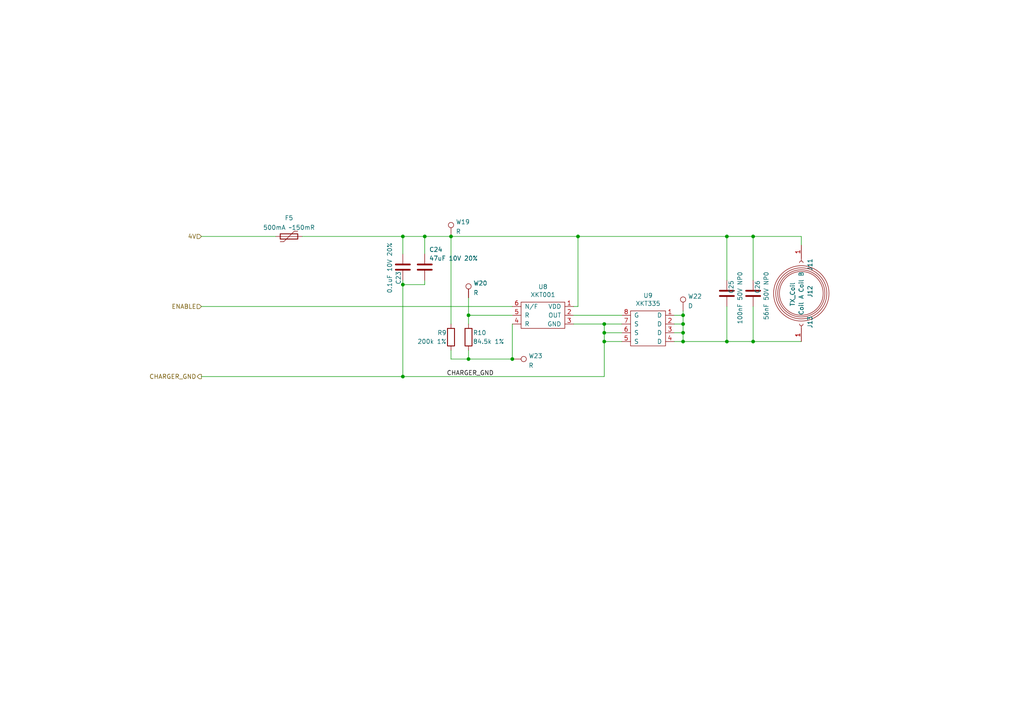
<source format=kicad_sch>
(kicad_sch (version 20211123) (generator eeschema)
  (paper "A4")
  (lib_symbols
    (symbol "Connector:Conn_01x01_Female" (pin_names (offset 1.016) hide)
      (property "Reference" "J" (at 0 2.54 0))
      (property "Value" "Conn_01x01_Female" (at 0 -2.54 0))
      (symbol "Conn_01x01_Female_1_1"
        (polyline (pts (xy -1.27 0) (xy -0.508 0)) (stroke (width 0.1524)))
        (arc (start 0 0.508) (mid -0.508 0) (end 0 -0.508) (stroke (width 0.1524)))
        (pin passive line (at -5.08 0 0) (length 3.81) (name "Pin_1") (number "1"))
      )
    )
    (symbol "Device:C" (pin_numbers hide) (pin_names (offset 0.254))
      (property "Reference" "C" (at 0.635 2.54 0))
      (property "Value" "C" (at 0.635 -2.54 0))
      (symbol "C_0_1"
        (polyline (pts (xy -2.032 -0.762) (xy 2.032 -0.762)) (stroke (width 0.508)))
        (polyline (pts (xy -2.032 0.762) (xy 2.032 0.762)) (stroke (width 0.508)))
      )
      (symbol "C_1_1"
        (pin passive line (at 0 3.81 270) (length 2.794) (name "~") (number "1"))
        (pin passive line (at 0 -3.81 90) (length 2.794) (name "~") (number "2"))
      )
    )
    (symbol "Device:Polyfuse" (pin_numbers hide) (pin_names (offset 0))
      (property "Reference" "F" (at -2.54 0 90))
      (property "Value" "Polyfuse" (at 2.54 0 90))
      (symbol "Polyfuse_0_1"
        (rectangle (start -0.762 2.54) (end 0.762 -2.54) (stroke (width 0.254)))
        (polyline (pts (xy 0 2.54) (xy 0 -2.54)))
        (polyline (pts (xy -1.524 2.54) (xy -1.524 1.524) (xy 1.524 -1.524) (xy 1.524 -2.54)))
      )
      (symbol "Polyfuse_1_1"
        (pin passive line (at 0 3.81 270) (length 1.27) (name "~") (number "1"))
        (pin passive line (at 0 -3.81 90) (length 1.27) (name "~") (number "2"))
      )
    )
    (symbol "Device:R" (pin_numbers hide) (pin_names (offset 0))
      (property "Reference" "R" (at 2.032 0 90))
      (property "Value" "R" (at 0 0 90))
      (symbol "R_0_1"
        (rectangle (start -1.016 -2.54) (end 1.016 2.54) (stroke (width 0.254)))
      )
      (symbol "R_1_1"
        (pin passive line (at 0 3.81 270) (length 1.27) (name "~") (number "1"))
        (pin passive line (at 0 -3.81 90) (length 1.27) (name "~") (number "2"))
      )
    )
    (symbol "Pixels-dice:TEST_1P-conn" (pin_numbers hide) (pin_names (offset 0.762) hide)
      (property "Reference" "W" (at 0 6.858 0))
      (property "Value" "TEST_1P-conn" (at 0 5.08 0))
      (symbol "TEST_1P-conn_0_1"
        (circle (center 0 3.302) (radius 0.762))
      )
      (symbol "TEST_1P-conn_1_1"
        (pin passive line (at 0 0 90) (length 2.54) (name "1") (number "1"))
      )
    )
    (symbol "Pixels-dice:TX_Coil"
      (property "Reference" "J" (at 0 10.16 0))
      (property "Value" "TX_Coil" (at 0 -10.16 0))
      (symbol "TX_Coil_0_1"
        (circle (center 0 0) (radius 6.35))
        (circle (center 0 0) (radius 6.8392))
        (circle (center 0 0) (radius 7.4053))
        (circle (center 0 0) (radius 8.0322))
      )
    )
    (symbol "Pixels-dice:XKT001" (pin_names (offset 1.016))
      (property "Reference" "U" (at 0 5.08 0))
      (property "Value" "XKT001" (at 0 -5.08 0))
      (symbol "XKT001_0_1"
        (rectangle (start -6.35 3.81) (end 6.35 -3.81))
      )
      (symbol "XKT001_1_1"
        (pin power_in line (at -8.89 2.54 0) (length 2.54) (name "VDD") (number "1"))
        (pin output line (at -8.89 0 0) (length 2.54) (name "OUT") (number "2"))
        (pin power_in line (at -8.89 -2.54 0) (length 2.54) (name "GND") (number "3"))
        (pin passive line (at 8.89 -2.54 180) (length 2.54) (name "R") (number "4"))
        (pin passive line (at 8.89 0 180) (length 2.54) (name "R") (number "5"))
        (pin input line (at 8.89 2.54 180) (length 2.54) (name "N/F") (number "6"))
      )
    )
    (symbol "Pixels-dice:XKT335" (pin_names (offset 1.016))
      (property "Reference" "U" (at 0 6.35 0))
      (property "Value" "XKT335" (at 0 -6.35 0))
      (symbol "XKT335_0_1"
        (rectangle (start -5.08 5.08) (end 5.08 -5.08))
      )
      (symbol "XKT335_1_1"
        (pin input line (at -7.62 3.81 0) (length 2.54) (name "D") (number "1"))
        (pin input line (at -7.62 1.27 0) (length 2.54) (name "D") (number "2"))
        (pin input line (at -7.62 -1.27 0) (length 2.54) (name "D") (number "3"))
        (pin input line (at -7.62 -3.81 0) (length 2.54) (name "D") (number "4"))
        (pin input line (at 7.62 -3.81 180) (length 2.54) (name "S") (number "5"))
        (pin input line (at 7.62 -1.27 180) (length 2.54) (name "S") (number "6"))
        (pin input line (at 7.62 1.27 180) (length 2.54) (name "S") (number "7"))
        (pin input line (at 7.62 3.81 180) (length 2.54) (name "G") (number "8"))
      )
    )
  )
  (junction (at 210.82 68.58))
  (junction (at 148.59 104.14))
  (junction (at 116.84 109.22))
  (junction (at 175.26 96.52))
  (junction (at 130.81 68.58))
  (junction (at 175.26 93.98))
  (junction (at 167.64 68.58))
  (junction (at 218.44 68.58))
  (junction (at 116.84 82.55))
  (junction (at 198.12 96.52))
  (junction (at 116.84 68.58))
  (junction (at 135.89 104.14))
  (junction (at 218.44 99.06))
  (junction (at 198.12 99.06))
  (junction (at 210.82 99.06))
  (junction (at 123.19 68.58))
  (junction (at 175.26 99.06))
  (junction (at 198.12 93.98))
  (junction (at 135.89 91.44))
  (junction (at 198.12 91.44))
  (wire (pts (xy 148.59 93.98) (xy 148.59 104.14)))
  (wire (pts (xy 218.44 99.06) (xy 232.41 99.06)))
  (wire (pts (xy 175.26 99.06) (xy 175.26 109.22)))
  (wire (pts (xy 167.64 68.58) (xy 167.64 88.9)))
  (wire (pts (xy 135.89 104.14) (xy 130.81 104.14)))
  (wire (pts (xy 175.26 96.52) (xy 175.26 99.06)))
  (wire (pts (xy 166.37 88.9) (xy 167.64 88.9)))
  (wire (pts (xy 135.89 104.14) (xy 148.59 104.14)))
  (wire (pts (xy 58.42 109.22) (xy 116.84 109.22)))
  (wire (pts (xy 135.89 93.98) (xy 135.89 91.44)))
  (wire (pts (xy 166.37 91.44) (xy 180.34 91.44)))
  (wire (pts (xy 175.26 99.06) (xy 180.34 99.06)))
  (wire (pts (xy 218.44 81.28) (xy 218.44 68.58)))
  (wire (pts (xy 130.81 104.14) (xy 130.81 101.6)))
  (wire (pts (xy 123.19 81.28) (xy 123.19 82.55)))
  (wire (pts (xy 123.19 82.55) (xy 116.84 82.55)))
  (wire (pts (xy 210.82 88.9) (xy 210.82 99.06)))
  (wire (pts (xy 58.42 88.9) (xy 148.59 88.9)))
  (wire (pts (xy 198.12 91.44) (xy 198.12 90.17)))
  (wire (pts (xy 195.58 91.44) (xy 198.12 91.44)))
  (wire (pts (xy 135.89 91.44) (xy 148.59 91.44)))
  (wire (pts (xy 198.12 91.44) (xy 198.12 93.98)))
  (wire (pts (xy 218.44 88.9) (xy 218.44 99.06)))
  (wire (pts (xy 198.12 93.98) (xy 198.12 96.52)))
  (wire (pts (xy 195.58 96.52) (xy 198.12 96.52)))
  (wire (pts (xy 175.26 96.52) (xy 175.26 93.98)))
  (wire (pts (xy 180.34 93.98) (xy 175.26 93.98)))
  (wire (pts (xy 210.82 68.58) (xy 218.44 68.58)))
  (wire (pts (xy 116.84 81.28) (xy 116.84 82.55)))
  (wire (pts (xy 198.12 99.06) (xy 210.82 99.06)))
  (wire (pts (xy 135.89 86.36) (xy 135.89 91.44)))
  (wire (pts (xy 58.42 68.58) (xy 80.01 68.58)))
  (wire (pts (xy 116.84 73.66) (xy 116.84 68.58)))
  (wire (pts (xy 123.19 68.58) (xy 123.19 73.66)))
  (wire (pts (xy 175.26 93.98) (xy 166.37 93.98)))
  (wire (pts (xy 210.82 99.06) (xy 218.44 99.06)))
  (wire (pts (xy 123.19 68.58) (xy 130.81 68.58)))
  (wire (pts (xy 232.41 68.58) (xy 218.44 68.58)))
  (wire (pts (xy 130.81 68.58) (xy 167.64 68.58)))
  (wire (pts (xy 232.41 71.12) (xy 232.41 68.58)))
  (wire (pts (xy 135.89 104.14) (xy 135.89 101.6)))
  (wire (pts (xy 116.84 82.55) (xy 116.84 109.22)))
  (wire (pts (xy 87.63 68.58) (xy 116.84 68.58)))
  (wire (pts (xy 210.82 81.28) (xy 210.82 68.58)))
  (wire (pts (xy 180.34 96.52) (xy 175.26 96.52)))
  (wire (pts (xy 130.81 68.58) (xy 130.81 93.98)))
  (wire (pts (xy 116.84 109.22) (xy 175.26 109.22)))
  (wire (pts (xy 167.64 68.58) (xy 210.82 68.58)))
  (wire (pts (xy 195.58 93.98) (xy 198.12 93.98)))
  (wire (pts (xy 116.84 68.58) (xy 123.19 68.58)))
  (wire (pts (xy 198.12 99.06) (xy 195.58 99.06)))
  (wire (pts (xy 198.12 96.52) (xy 198.12 99.06)))
  (label "CHARGER_GND" (at 129.54 109.22 0))
  (hierarchical_label "CHARGER_GND" (shape output) (at 58.42 109.22 180))
  (hierarchical_label "4V" (shape input) (at 58.42 68.58 180))
  (hierarchical_label "ENABLE" (shape input) (at 58.42 88.9 180))
  (symbol (lib_id "Pixels-dice:XKT335") (at 187.96 95.25 0) (mirror y)
    (property "Reference" "U9" (at 187.96 85.725 0))
    (property "Value" "XKT335" (at 187.96 88.0364 0))
    (property "Footprint" "Pixels-dice:SOIC-8_3.9x4.9mm_P1.27mm" (effects hide))
    (property "Manufacturer" "XKT" (effects hide))
    (property "Manufacturer Part Number" "XKT-335" (effects hide))
    (property "Generic OK" "NO" (effects hide))
  )
  (symbol (lib_id "Device:Polyfuse") (at 83.82 68.58 90)
    (property "Reference" "F5" (at 83.82 63.2165 90))
    (property "Value" "500mA ~150mR" (at 83.82 65.9916 90))
    (property "Footprint" "Fuse:Fuse_0805_2012Metric" (effects hide))
    (property "LCSC Part Number" "C135329" (effects hide))
    (property "Manufacturer" "Shenzhen JDT Fuse" (effects hide))
    (property "Manufacturer Part Number" "ASMD0805-050" (effects hide))
    (property "Generic OK" "YES" (effects hide))
  )
  (symbol (lib_id "Pixels-dice:TEST_1P-conn") (at 148.59 104.14 270)
    (property "Reference" "W23" (at 153.289 103.2315 90) (effects (justify left)))
    (property "Value" "R" (at 153.289 106.0066 90) (effects (justify left)))
    (property "Footprint" "Pixels-dice:TEST_PIN" (effects hide))
  )
  (symbol (lib_id "Pixels-dice:TEST_1P-conn") (at 135.89 86.36 0)
    (property "Reference" "W20" (at 137.287 82.1495 0) (effects (justify left)))
    (property "Value" "R" (at 137.287 84.9246 0) (effects (justify left)))
    (property "Footprint" "Pixels-dice:TEST_PIN" (effects hide))
  )
  (symbol (lib_id "Device:R") (at 130.81 97.79 0) (mirror x)
    (property "Reference" "R9" (at 129.54 96.52 0) (effects (justify right)))
    (property "Value" "200k 1%" (at 129.54 99.06 0) (effects (justify right)))
    (property "Footprint" "Resistor_SMD:R_0402_1005Metric" (effects hide))
    (property "LCSC Part Number" "C25764" (effects hide))
    (property "Manufacturer" "UNI-ROYAL(Uniroyal Elec)" (effects hide))
    (property "Manufacturer Part Number" "0402WGF2003TCE" (effects hide))
    (property "Generic OK" "YES" (effects hide))
  )
  (symbol (lib_id "Pixels-dice:TEST_1P-conn") (at 130.81 68.58 0)
    (property "Reference" "W19" (at 132.207 64.3695 0) (effects (justify left)))
    (property "Value" "R" (at 132.207 67.1446 0) (effects (justify left)))
    (property "Footprint" "Pixels-dice:TEST_PIN" (effects hide))
  )
  (symbol (lib_id "Device:C") (at 210.82 85.09 0) (mirror x)
    (property "Reference" "C25" (at 212.09 81.28 90) (effects (justify left)))
    (property "Value" "100nF 50V NP0" (at 214.63 78.74 90) (effects (justify left)))
    (property "Footprint" "Capacitor_SMD:C_1206_3216Metric" (effects hide))
    (property "LCSC Part Number" "C21812" (effects hide))
    (property "Manufacturer" "Murata" (effects hide))
    (property "Manufacturer Part Number" "GRM31C5C1H104JA01L" (effects hide))
    (property "Generic OK" "NO" (effects hide))
  )
  (symbol (lib_id "Pixels-dice:XKT001") (at 157.48 91.44 0) (mirror y)
    (property "Reference" "U8" (at 157.48 83.185 0))
    (property "Value" "XKT001" (at 157.48 85.4964 0))
    (property "Footprint" "Package_TO_SOT_SMD:SOT-23-6" (effects hide))
    (property "Manufacturer" "XKT" (effects hide))
    (property "Manufacturer Part Number" "XKT-001" (effects hide))
    (property "Generic OK" "NO" (effects hide))
  )
  (symbol (lib_id "Device:C") (at 116.84 77.47 0)
    (property "Reference" "C23" (at 115.57 82.55 90) (effects (justify left)))
    (property "Value" "0.1uF 10V 20%" (at 113.03 85.09 90) (effects (justify left)))
    (property "Footprint" "Capacitor_SMD:C_0402_1005Metric" (effects hide))
    (property "LCSC Part Number" "C2168305" (effects hide))
    (property "Manufacturer" "Murata" (effects hide))
    (property "Manufacturer Part Number" "GRM155R71E104KE14J" (effects hide))
    (property "Generic OK" "YES" (effects hide))
  )
  (symbol (lib_id "Device:R") (at 135.89 97.79 0) (mirror x)
    (property "Reference" "R10" (at 137.16 96.52 0) (effects (justify left)))
    (property "Value" "84.5k 1%" (at 137.16 99.06 0) (effects (justify left)))
    (property "Footprint" "Resistor_SMD:R_0402_1005Metric" (effects hide))
    (property "LCSC Part Number" "C26988" (effects hide))
    (property "Manufacturer" "UNI-ROYAL(Uniroyal Elec)" (effects hide))
    (property "Manufacturer Part Number" "0402WGF8452TCE" (effects hide))
    (property "Generic OK" "YES" (effects hide))
  )
  (symbol (lib_id "Device:C") (at 123.19 77.47 0)
    (property "Reference" "C24" (at 124.46 72.39 0) (effects (justify left)))
    (property "Value" "47uF 10V 20%" (at 124.46 74.93 0) (effects (justify left)))
    (property "Footprint" "Capacitor_SMD:C_1206_3216Metric" (effects hide))
    (property "LCSC Part Number" "C94034" (effects hide))
    (property "Manufacturer" "Murata" (effects hide))
    (property "Manufacturer Part Number" "GRM31CR61A476ME15L" (effects hide))
    (property "Generic OK" "YES" (effects hide))
  )
  (symbol (lib_id "Device:C") (at 218.44 85.09 0) (mirror x)
    (property "Reference" "C26" (at 219.71 81.28 90) (effects (justify left)))
    (property "Value" "56nF 50V NP0" (at 222.25 78.74 90) (effects (justify left)))
    (property "Footprint" "Capacitor_SMD:C_1206_3216Metric" (effects hide))
    (property "LCSC Part Number" "C441752" (effects hide))
    (property "Manufacturer" "Murata" (effects hide))
    (property "Manufacturer Part Number" "GRM31M5C1H563JA01L" (effects hide))
    (property "Generic OK" "NO" (effects hide))
  )
  (symbol (lib_id "Pixels-dice:TX_Coil") (at 232.41 85.09 0)
    (property "Reference" "J12" (at 234.95 86.36 90) (effects (justify left)))
    (property "Value" "TX_Coil" (at 229.87 88.9 90) (effects (justify left)))
    (property "Footprint" "Pixels-dice:TX Coil" (effects hide))
  )
  (symbol (lib_id "Connector:Conn_01x01_Female") (at 232.41 76.2 90) (mirror x)
    (property "Reference" "J11" (at 234.95 74.93 0) (effects (justify left)))
    (property "Value" "Coil B" (at 232.41 78.74 0) (effects (justify left)))
    (property "Footprint" "TestPoint:TestPoint_THTPad_D2.0mm_Drill1.0mm" (effects hide))
  )
  (symbol (lib_id "Pixels-dice:TEST_1P-conn") (at 198.12 90.17 0)
    (property "Reference" "W22" (at 199.517 85.9595 0) (effects (justify left)))
    (property "Value" "D" (at 199.517 88.7346 0) (effects (justify left)))
    (property "Footprint" "Pixels-dice:TEST_PIN" (effects hide))
  )
  (symbol (lib_id "Connector:Conn_01x01_Female") (at 232.41 93.98 270) (mirror x)
    (property "Reference" "J13" (at 234.95 95.25 0) (effects (justify left)))
    (property "Value" "Coil A" (at 232.41 91.44 0) (effects (justify left)))
    (property "Footprint" "TestPoint:TestPoint_THTPad_D2.0mm_Drill1.0mm" (effects hide))
  )
)
</source>
